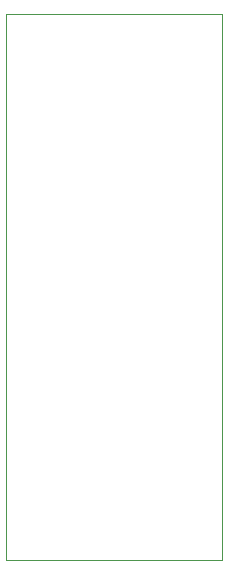
<source format=gbr>
G04 #@! TF.FileFunction,Other,User*
%FSLAX46Y46*%
G04 Gerber Fmt 4.6, Leading zero omitted, Abs format (unit mm)*
G04 Created by KiCad (PCBNEW 4.0.7) date 07/08/18 15:45:41*
%MOMM*%
%LPD*%
G01*
G04 APERTURE LIST*
%ADD10C,0.100000*%
%ADD11C,0.050000*%
G04 APERTURE END LIST*
D10*
D11*
X120470000Y-128060000D02*
X138750000Y-128060000D01*
X120470000Y-128060000D02*
X120470000Y-81840000D01*
X138750000Y-81840000D02*
X138750000Y-128060000D01*
X138750000Y-81840000D02*
X120470000Y-81840000D01*
M02*

</source>
